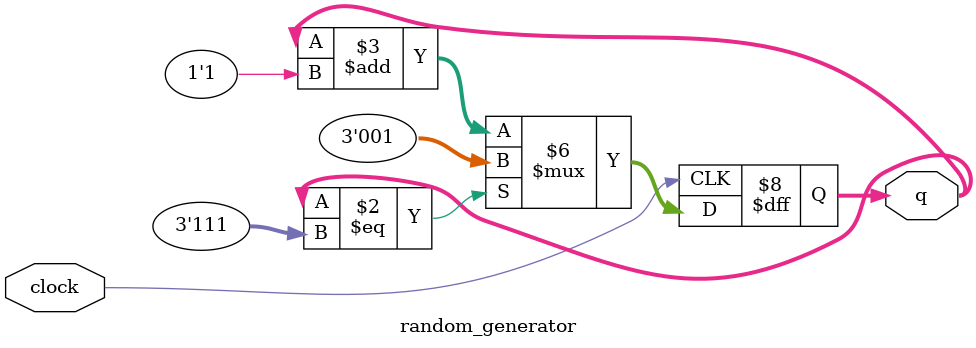
<source format=v>
module random_generator(clock,q); //counter driven by clock, 
											  //effectively random.
	input clock;
	output reg [2:0] q;
	
	initial begin
        q = 3'b001;
    end
	
	always @(posedge clock) 
	begin
		if (q == 3'b111)
		                //possible color input range from 001 to 111, excluding black.
			q <= 3'b001;
		else
			q <= q + 1'b1;
	end
	
endmodule
</source>
